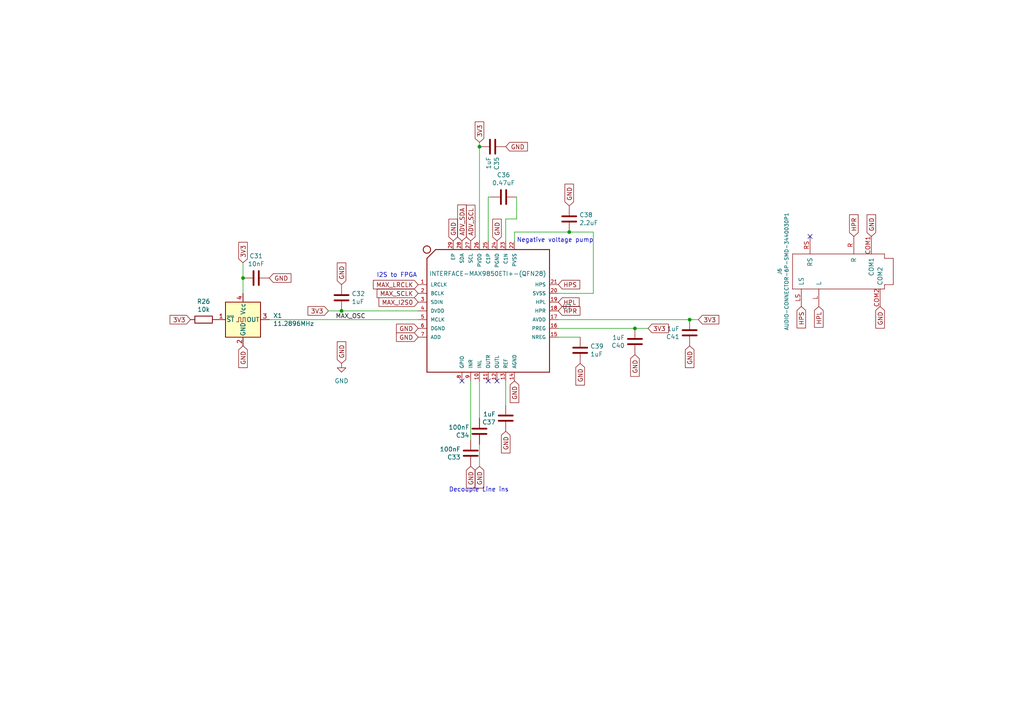
<source format=kicad_sch>
(kicad_sch (version 20211123) (generator eeschema)
  (paper "A4")
  (title_block (rev "0.1") (company "deFEEST"))
  (lib_symbols
    (symbol "BPS6001_Classic_Computing_Shield-eagle-import:AUDIO-CONNECTOR-6P-SMD-3440030P1" (pin_names (offset 1.016))
      (property "Reference" "J" (at -13.97 5.08 0))
      (property "Value" "AUDIO-CONNECTOR-6P-SMD-3440030P1" (at -7.62 5.08 0))
      (symbol "AUDIO-CONNECTOR-6P-SMD-3440030P1_1_0"
        (polyline (pts (xy -13.97 -5.08) (xy -13.97 5.08)))
        (polyline (pts (xy -13.97 5.08) (xy 12.7 5.08)))
        (polyline (pts (xy 12.7 -5.08) (xy -13.97 -5.08)))
        (polyline (pts (xy 12.7 -3.81) (xy 12.7 -5.08)))
        (polyline (pts (xy 12.7 3.81) (xy 15.24 3.81)))
        (polyline (pts (xy 12.7 5.08) (xy 12.7 3.81)))
        (polyline (pts (xy 15.24 -3.81) (xy 12.7 -3.81)))
        (polyline (pts (xy 15.24 3.81) (xy 15.24 -3.81)))
        (pin bidirectional line (at 8.89 10.16 270) (length 5.08) (name "COM1") (number "COM1"))
        (pin bidirectional line (at 11.43 -10.16 90) (length 5.08) (name "COM2") (number "COM2"))
        (pin bidirectional line (at -6.35 -10.16 90) (length 5.08) (name "L") (number "L"))
        (pin bidirectional line (at -11.43 -10.16 90) (length 5.08) (name "LS") (number "LS"))
        (pin bidirectional line (at 3.81 10.16 270) (length 5.08) (name "R") (number "R"))
        (pin bidirectional line (at -8.89 10.16 270) (length 5.08) (name "RS") (number "RS"))
      )
    )
    (symbol "Device:C" (pin_numbers hide) (pin_names (offset 0.254))
      (property "Reference" "C" (at 0.635 2.54 0))
      (property "Value" "C" (at 0.635 -2.54 0))
      (symbol "C_0_1"
        (polyline (pts (xy -2.032 -0.762) (xy 2.032 -0.762)) (stroke (width 0.508)))
        (polyline (pts (xy -2.032 0.762) (xy 2.032 0.762)) (stroke (width 0.508)))
      )
      (symbol "C_1_1"
        (pin passive line (at 0 3.81 270) (length 2.794) (name "~") (number "1"))
        (pin passive line (at 0 -3.81 90) (length 2.794) (name "~") (number "2"))
      )
    )
    (symbol "Device:R" (pin_numbers hide) (pin_names (offset 0))
      (property "Reference" "R" (at 2.032 0 90))
      (property "Value" "R" (at 0 0 90))
      (symbol "R_0_1"
        (rectangle (start -1.016 -2.54) (end 1.016 2.54) (stroke (width 0.254)))
      )
      (symbol "R_1_1"
        (pin passive line (at 0 3.81 270) (length 1.27) (name "~") (number "1"))
        (pin passive line (at 0 -3.81 90) (length 1.27) (name "~") (number "2"))
      )
    )
    (symbol "Oscillator:SG-210STF" (pin_names (offset 0.254))
      (property "Reference" "X" (at -5.08 6.35 0))
      (property "Value" "SG-210STF" (at 1.27 -6.35 0))
      (symbol "SG-210STF_0_1"
        (rectangle (start -5.08 5.08) (end 5.08 -5.08) (stroke (width 0.254)) (fill (type background)))
        (polyline (pts (xy -1.905 -0.635) (xy -1.27 -0.635) (xy -1.27 0.635) (xy -0.635 0.635) (xy -0.635 -0.635) (xy 0 -0.635) (xy 0 0.635) (xy 0.635 0.635) (xy 0.635 -0.635)))
      )
      (symbol "SG-210STF_1_1"
        (pin input line (at -7.62 0 0) (length 2.54) (name "~{ST}") (number "1"))
        (pin power_in line (at 0 -7.62 90) (length 2.54) (name "GND") (number "2"))
        (pin output line (at 7.62 0 180) (length 2.54) (name "OUT") (number "3"))
        (pin power_in line (at 0 7.62 270) (length 2.54) (name "Vcc") (number "4"))
      )
    )
    (symbol "max98089:INTERFACE-MAX9850ETI+-(QFN28)" (pin_names (offset 1.016))
      (property "Reference" "U" (at -17.8054 20.3454 0))
      (property "Value" "INTERFACE-MAX9850ETI+-(QFN28)" (at -16.51 10.16 0))
      (symbol "INTERFACE-MAX9850ETI+-(QFN28)_0_0"
        (circle (center -17.78 17.78) (radius 1.0668) (stroke (width 0.254)))
        (polyline (pts (xy -17.78 -17.78) (xy -17.78 15.24)) (stroke (width 0.254)))
        (polyline (pts (xy -17.78 15.24) (xy -15.24 17.78)) (stroke (width 0.254)))
        (polyline (pts (xy -15.24 17.78) (xy 17.78 17.78)) (stroke (width 0.254)))
        (polyline (pts (xy 17.78 -17.78) (xy -17.78 -17.78)) (stroke (width 0.254)))
        (polyline (pts (xy 17.78 17.78) (xy 17.78 -17.78)) (stroke (width 0.254)))
        (pin input line (at -20.32 7.62 0) (length 2.54) (name "LRCLK") (number "1"))
        (pin input line (at -2.54 -20.32 90) (length 2.54) (name "INL") (number "10"))
        (pin output line (at 0 -20.32 90) (length 2.54) (name "OUTR") (number "11"))
        (pin output line (at 2.54 -20.32 90) (length 2.54) (name "OUTL") (number "12"))
        (pin bidirectional line (at 5.08 -20.32 90) (length 2.54) (name "REF") (number "13"))
        (pin bidirectional line (at 7.62 -20.32 90) (length 2.54) (name "AGND") (number "14"))
        (pin bidirectional line (at 20.32 -7.62 180) (length 2.54) (name "NREG") (number "15"))
        (pin bidirectional line (at 20.32 -5.08 180) (length 2.54) (name "PREG") (number "16"))
        (pin bidirectional line (at 20.32 -2.54 180) (length 2.54) (name "AVDD") (number "17"))
        (pin bidirectional line (at 20.32 0 180) (length 2.54) (name "HPR") (number "18"))
        (pin bidirectional line (at 20.32 2.54 180) (length 2.54) (name "HPL") (number "19"))
        (pin input line (at -20.32 5.08 0) (length 2.54) (name "BCLK") (number "2"))
        (pin bidirectional line (at 20.32 5.08 180) (length 2.54) (name "SVSS") (number "20"))
        (pin bidirectional line (at 20.32 7.62 180) (length 2.54) (name "HPS") (number "21"))
        (pin bidirectional line (at 7.62 20.32 270) (length 2.54) (name "PVSS") (number "22"))
        (pin bidirectional line (at 5.08 20.32 270) (length 2.54) (name "C1N") (number "23"))
        (pin bidirectional line (at 2.54 20.32 270) (length 2.54) (name "PGND") (number "24"))
        (pin bidirectional line (at 0 20.32 270) (length 2.54) (name "C1P") (number "25"))
        (pin bidirectional line (at -2.54 20.32 270) (length 2.54) (name "PVDD") (number "26"))
        (pin bidirectional line (at -5.08 20.32 270) (length 2.54) (name "SCL") (number "27"))
        (pin bidirectional line (at -7.62 20.32 270) (length 2.54) (name "SDA") (number "28"))
        (pin bidirectional line (at -10.16 20.32 270) (length 2.54) (name "EP") (number "29"))
        (pin input line (at -20.32 2.54 0) (length 2.54) (name "SDIN") (number "3"))
        (pin power_in line (at -20.32 0 0) (length 2.54) (name "DVDD") (number "4"))
        (pin input line (at -20.32 -2.54 0) (length 2.54) (name "MCLK") (number "5"))
        (pin power_in line (at -20.32 -5.08 0) (length 2.54) (name "DGND") (number "6"))
        (pin input line (at -20.32 -7.62 0) (length 2.54) (name "ADD") (number "7"))
        (pin bidirectional line (at -7.62 -20.32 90) (length 2.54) (name "GPIO") (number "8"))
        (pin input line (at -5.08 -20.32 90) (length 2.54) (name "INR") (number "9"))
      )
    )
    (symbol "power:GND" (power) (pin_names (offset 0))
      (property "Value" "GND" (at 0 -3.81 0))
      (symbol "GND_0_1"
        (polyline (pts (xy 0 0) (xy 0 -1.27) (xy 1.27 -1.27) (xy 0 -2.54) (xy -1.27 -1.27) (xy 0 -1.27)))
      )
      (symbol "GND_1_1"
        (pin power_in line (at 0 0 270) (length 0) hide (name "GND") (number "1"))
      )
    )
  )
  (junction (at 200.025 92.71))
  (junction (at 184.15 95.25))
  (junction (at 139.065 42.545))
  (junction (at 165.1 67.31))
  (junction (at 99.06 90.17))
  (junction (at 70.485 80.645))
  (no_connect (at 144.145 110.49))
  (no_connect (at 133.985 110.49))
  (no_connect (at 234.95 68.58))
  (no_connect (at 141.605 110.49))
  (wire (pts (xy 146.685 110.49) (xy 146.685 117.475)))
  (wire (pts (xy 168.275 97.79) (xy 161.925 97.79)))
  (wire (pts (xy 184.15 95.25) (xy 187.96 95.25)))
  (wire (pts (xy 149.225 67.31) (xy 149.225 69.85)))
  (wire (pts (xy 139.065 128.905) (xy 139.065 135.255)))
  (wire (pts (xy 161.925 95.25) (xy 184.15 95.25)))
  (wire (pts (xy 146.685 63.5) (xy 146.685 69.85)))
  (wire (pts (xy 139.065 42.545) (xy 139.065 69.85)))
  (wire (pts (xy 70.485 80.645) (xy 70.485 85.09)))
  (wire (pts (xy 121.285 90.17) (xy 99.06 90.17)))
  (wire (pts (xy 172.085 67.31) (xy 165.1 67.31)))
  (wire (pts (xy 142.24 57.15) (xy 141.605 57.15)))
  (wire (pts (xy 70.485 76.2) (xy 70.485 80.645)))
  (wire (pts (xy 149.86 57.15) (xy 149.86 63.5)))
  (wire (pts (xy 141.605 57.15) (xy 141.605 69.85)))
  (wire (pts (xy 99.06 90.17) (xy 95.25 90.17)))
  (wire (pts (xy 139.065 110.49) (xy 139.065 121.285)))
  (wire (pts (xy 149.86 63.5) (xy 146.685 63.5)))
  (wire (pts (xy 121.285 92.71) (xy 78.105 92.71)))
  (wire (pts (xy 161.925 85.09) (xy 172.085 85.09)))
  (wire (pts (xy 139.065 41.275) (xy 139.065 42.545)))
  (wire (pts (xy 200.025 92.71) (xy 202.565 92.71)))
  (wire (pts (xy 172.085 85.09) (xy 172.085 67.31)))
  (wire (pts (xy 136.525 110.49) (xy 136.525 127.635)))
  (wire (pts (xy 161.925 92.71) (xy 200.025 92.71)))
  (wire (pts (xy 165.1 67.31) (xy 149.225 67.31)))
  (text "Decouple Line ins" (at 130.175 142.875 0) (effects (font (size 1.27 1.27)) (justify left bottom)))
  (text "Negative voltage pump" (at 149.86 70.485 0) (effects (font (size 1.27 1.27)) (justify left bottom)))
  (text "I2S to FPGA" (at 109.22 80.645 0) (effects (font (size 1.27 1.27)) (justify left bottom)))
  (label "MAX_OSC" (at 106.045 92.71 180))
  (global_label "GND" (shape input) (at 146.685 42.545 0) (property "Intersheet References" "${INTERSHEET_REFS}" (effects hide)))
  (global_label "GND" (shape input) (at 144.145 69.85 90) (property "Intersheet References" "${INTERSHEET_REFS}" (effects hide)))
  (global_label "MAX_LRCLK" (shape input) (at 121.285 82.55 180) (property "Intersheet References" "${INTERSHEET_REFS}" (effects hide)))
  (global_label "3V3" (shape input) (at 95.25 90.17 180) (property "Intersheet References" "${INTERSHEET_REFS}" (effects hide)))
  (global_label "GND" (shape input) (at 255.27 88.9 270) (property "Intersheet References" "${INTERSHEET_REFS}" (effects hide)))
  (global_label "MAX_I2S0" (shape input) (at 121.285 87.63 180) (property "Intersheet References" "${INTERSHEET_REFS}" (effects hide)))
  (global_label "3V3" (shape input) (at 139.065 41.275 90) (property "Intersheet References" "${INTERSHEET_REFS}" (effects hide)))
  (global_label "3V3" (shape input) (at 70.485 76.2 90) (property "Intersheet References" "${INTERSHEET_REFS}" (effects hide)))
  (global_label "GND" (shape input) (at 99.06 105.41 90) (property "Intersheet References" "${INTERSHEET_REFS}" (effects hide)))
  (global_label "3V3" (shape input) (at 187.96 95.25 0) (property "Intersheet References" "${INTERSHEET_REFS}" (effects hide)))
  (global_label "GND" (shape input) (at 70.485 100.33 270) (property "Intersheet References" "${INTERSHEET_REFS}" (effects hide)))
  (global_label "GND" (shape input) (at 168.275 105.41 270) (property "Intersheet References" "${INTERSHEET_REFS}" (effects hide)))
  (global_label "HPS" (shape input) (at 161.925 82.55 0) (property "Intersheet References" "${INTERSHEET_REFS}" (effects hide)))
  (global_label "GND" (shape input) (at 131.445 69.85 90) (property "Intersheet References" "${INTERSHEET_REFS}" (effects hide)))
  (global_label "GND" (shape input) (at 99.06 82.55 90) (property "Intersheet References" "${INTERSHEET_REFS}" (effects hide)))
  (global_label "GND" (shape input) (at 121.285 95.25 180) (property "Intersheet References" "${INTERSHEET_REFS}" (effects hide)))
  (global_label "GND" (shape input) (at 139.065 135.255 270) (property "Intersheet References" "${INTERSHEET_REFS}" (effects hide)))
  (global_label "3V3" (shape input) (at 202.565 92.71 0) (property "Intersheet References" "${INTERSHEET_REFS}" (effects hide)))
  (global_label "GND" (shape input) (at 121.285 97.79 180) (property "Intersheet References" "${INTERSHEET_REFS}" (effects hide)))
  (global_label "ADV_SDA" (shape input) (at 133.985 69.85 90) (property "Intersheet References" "${INTERSHEET_REFS}" (effects hide)))
  (global_label "GND" (shape input) (at 165.1 59.69 90) (property "Intersheet References" "${INTERSHEET_REFS}" (effects hide)))
  (global_label "GND" (shape input) (at 149.225 110.49 270) (property "Intersheet References" "${INTERSHEET_REFS}" (effects hide)))
  (global_label "HPR" (shape input) (at 161.925 90.17 0) (property "Intersheet References" "${INTERSHEET_REFS}" (effects hide)))
  (global_label "GND" (shape input) (at 184.15 102.87 270) (property "Intersheet References" "${INTERSHEET_REFS}" (effects hide)))
  (global_label "MAX_SCLK" (shape input) (at 121.285 85.09 180) (property "Intersheet References" "${INTERSHEET_REFS}" (effects hide)))
  (global_label "GND" (shape input) (at 136.525 135.255 270) (property "Intersheet References" "${INTERSHEET_REFS}" (effects hide)))
  (global_label "GND" (shape input) (at 200.025 100.33 270) (property "Intersheet References" "${INTERSHEET_REFS}" (effects hide)))
  (global_label "GND" (shape input) (at 78.105 80.645 0) (property "Intersheet References" "${INTERSHEET_REFS}" (effects hide)))
  (global_label "HPL" (shape input) (at 237.49 88.9 270) (property "Intersheet References" "${INTERSHEET_REFS}" (effects hide)))
  (global_label "GND" (shape input) (at 146.685 125.095 270) (property "Intersheet References" "${INTERSHEET_REFS}" (effects hide)))
  (global_label "ADV_SCL" (shape input) (at 136.525 69.85 90) (property "Intersheet References" "${INTERSHEET_REFS}" (effects hide)))
  (global_label "HPS" (shape input) (at 232.41 88.9 270) (property "Intersheet References" "${INTERSHEET_REFS}" (effects hide)))
  (global_label "HPR" (shape input) (at 247.65 68.58 90) (property "Intersheet References" "${INTERSHEET_REFS}" (effects hide)))
  (global_label "3V3" (shape input) (at 55.245 92.71 180) (property "Intersheet References" "${INTERSHEET_REFS}" (effects hide)))
  (global_label "HPL" (shape input) (at 161.925 87.63 0) (property "Intersheet References" "${INTERSHEET_REFS}" (effects hide)))
  (global_label "GND" (shape input) (at 252.73 68.58 90) (property "Intersheet References" "${INTERSHEET_REFS}" (effects hide)))
  (symbol (lib_id "BPS6001_Classic_Computing_Shield-eagle-import:AUDIO-CONNECTOR-6P-SMD-3440030P1") (at 243.84 78.74 0) (unit 1)
    (property "Reference" "J6" (at 226.1362 78.74 90) (effects (font (size 1.0668 1.0668))))
    (property "Value" "AUDIO-CONNECTOR-6P-SMD-3440030P1" (at 228.1428 78.74 90) (effects (font (size 1.0668 1.0668))))
    (property "Footprint" "c64-wing-kicad:6P-SMD-3.5" (effects hide))
  )
  (symbol (lib_id "max98089:INTERFACE-MAX9850ETI+-(QFN28)") (at 141.605 90.17 0) (unit 1)
    (property "Reference" "U7" (at 163.0426 89.0016 0) (effects (justify left)))
    (property "Value" "INTERFACE-MAX9850ETI+-(QFN28)" (at 124.46 79.375 0) (effects (justify left)))
    (property "Footprint" "Package_DFN_QFN:QFN-28-1EP_5x5mm_P0.5mm_EP3.35x3.35mm" (effects hide))
  )
  (symbol (lib_id "Device:C") (at 168.275 101.6 0) (unit 1)
    (property "Reference" "C39" (at 171.196 100.4316 0) (effects (justify left)))
    (property "Value" "1uF" (at 171.196 102.743 0) (effects (justify left)))
    (property "Footprint" "Capacitor_SMD:C_0603_1608Metric" (effects hide))
  )
  (symbol (lib_id "Device:C") (at 99.06 86.36 0) (unit 1)
    (property "Reference" "C32" (at 101.981 85.1916 0) (effects (justify left)))
    (property "Value" "1uF" (at 101.981 87.503 0) (effects (justify left)))
    (property "Footprint" "Capacitor_SMD:C_0603_1608Metric" (effects hide))
  )
  (symbol (lib_id "Device:C") (at 146.685 121.285 180) (unit 1)
    (property "Reference" "C37" (at 143.764 122.4534 0) (effects (justify left)))
    (property "Value" "1uF" (at 143.764 120.142 0) (effects (justify left)))
    (property "Footprint" "Capacitor_SMD:C_0603_1608Metric" (effects hide))
  )
  (symbol (lib_id "Device:C") (at 142.875 42.545 270) (unit 1)
    (property "Reference" "C35" (at 144.0434 45.466 0) (effects (justify left)))
    (property "Value" "1uF" (at 141.732 45.466 0) (effects (justify left)))
    (property "Footprint" "Capacitor_SMD:C_0603_1608Metric" (effects hide))
  )
  (symbol (lib_id "Device:C") (at 200.025 96.52 180) (unit 1)
    (property "Reference" "C41" (at 197.104 97.6884 0) (effects (justify left)))
    (property "Value" "1uF" (at 197.104 95.377 0) (effects (justify left)))
    (property "Footprint" "Capacitor_SMD:C_0603_1608Metric" (effects hide))
  )
  (symbol (lib_id "Device:C") (at 184.15 99.06 180) (unit 1)
    (property "Reference" "C40" (at 181.229 100.2284 0) (effects (justify left)))
    (property "Value" "1uF" (at 181.229 97.917 0) (effects (justify left)))
    (property "Footprint" "Capacitor_SMD:C_0603_1608Metric" (effects hide))
  )
  (symbol (lib_id "Device:C") (at 146.05 57.15 270) (unit 1)
    (property "Reference" "C36" (at 146.05 50.7492 90))
    (property "Value" "0.47uF" (at 146.05 53.0606 90))
    (property "Footprint" "Capacitor_SMD:C_0603_1608Metric" (effects hide))
  )
  (symbol (lib_id "Device:C") (at 165.1 63.5 0) (unit 1)
    (property "Reference" "C38" (at 168.021 62.3316 0) (effects (justify left)))
    (property "Value" "2.2uF" (at 168.021 64.643 0) (effects (justify left)))
    (property "Footprint" "Capacitor_SMD:C_0805_2012Metric" (effects hide))
  )
  (symbol (lib_id "Oscillator:SG-210STF") (at 70.485 92.71 0) (unit 1)
    (property "Reference" "X1" (at 79.2226 91.5416 0) (effects (justify left)))
    (property "Value" "11.2896MHz" (at 79.2226 93.853 0) (effects (justify left)))
    (property "Footprint" "Oscillator:Oscillator_SMD_SeikoEpson_SG210-4Pin_2.5x2.0mm" (effects hide))
    (property "Datasheet" "https://support.epson.biz/td/api/doc_check.php?mode=dl&lang=en&Parts=SG-210STF" (effects hide))
  )
  (symbol (lib_id "Device:C") (at 74.295 80.645 90) (unit 1)
    (property "Reference" "C31" (at 74.295 74.2442 90))
    (property "Value" "10nF" (at 74.295 76.5556 90))
    (property "Footprint" "Capacitor_SMD:C_0603_1608Metric" (effects hide))
  )
  (symbol (lib_id "Device:C") (at 136.525 131.445 180) (unit 1)
    (property "Reference" "C33" (at 133.604 132.6134 0) (effects (justify left)))
    (property "Value" "100nF" (at 133.604 130.302 0) (effects (justify left)))
    (property "Footprint" "Capacitor_SMD:C_0603_1608Metric" (effects hide))
  )
  (symbol (lib_id "Device:C") (at 139.065 125.095 180) (unit 1)
    (property "Reference" "C34" (at 136.144 126.2634 0) (effects (justify left)))
    (property "Value" "100nF" (at 136.144 123.952 0) (effects (justify left)))
    (property "Footprint" "Capacitor_SMD:C_0603_1608Metric" (effects hide))
  )
  (symbol (lib_id "Device:R") (at 59.055 92.71 270) (unit 1)
    (property "Reference" "R26" (at 59.055 87.4522 90))
    (property "Value" "10k" (at 59.055 89.7636 90))
    (property "Footprint" "Resistor_SMD:R_0603_1608Metric" (effects hide))
  )
  (symbol (lib_id "power:GND") (at 99.06 105.41 0) (unit 1)
    (property "Reference" "#PWR0101" (effects hide))
    (property "Value" "GND" (at 99.06 110.49 0))
  )
)
</source>
